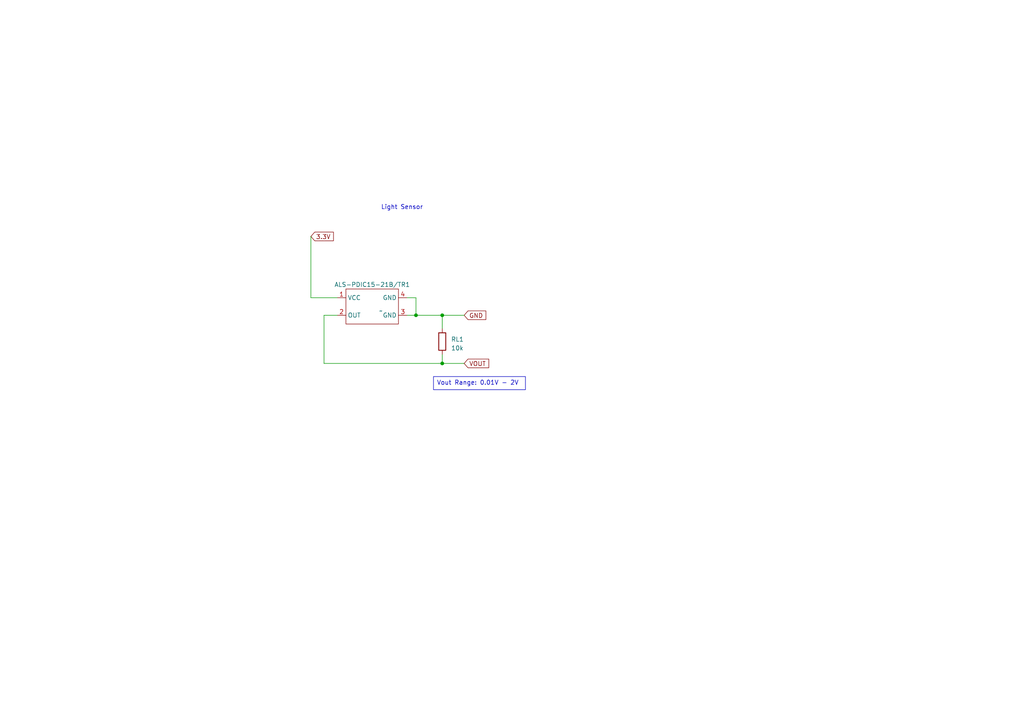
<source format=kicad_sch>
(kicad_sch (version 20230121) (generator eeschema)

  (uuid 72941bf8-b698-45db-b4ec-33944b488ff3)

  (paper "A4")

  (lib_symbols
    (symbol "Device:R" (pin_numbers hide) (pin_names (offset 0)) (in_bom yes) (on_board yes)
      (property "Reference" "R" (at 2.032 0 90)
        (effects (font (size 1.27 1.27)))
      )
      (property "Value" "R" (at 0 0 90)
        (effects (font (size 1.27 1.27)))
      )
      (property "Footprint" "" (at -1.778 0 90)
        (effects (font (size 1.27 1.27)) hide)
      )
      (property "Datasheet" "~" (at 0 0 0)
        (effects (font (size 1.27 1.27)) hide)
      )
      (property "ki_keywords" "R res resistor" (at 0 0 0)
        (effects (font (size 1.27 1.27)) hide)
      )
      (property "ki_description" "Resistor" (at 0 0 0)
        (effects (font (size 1.27 1.27)) hide)
      )
      (property "ki_fp_filters" "R_*" (at 0 0 0)
        (effects (font (size 1.27 1.27)) hide)
      )
      (symbol "R_0_1"
        (rectangle (start -1.016 -2.54) (end 1.016 2.54)
          (stroke (width 0.254) (type default))
          (fill (type none))
        )
      )
      (symbol "R_1_1"
        (pin passive line (at 0 3.81 270) (length 1.27)
          (name "~" (effects (font (size 1.27 1.27))))
          (number "1" (effects (font (size 1.27 1.27))))
        )
        (pin passive line (at 0 -3.81 90) (length 1.27)
          (name "~" (effects (font (size 1.27 1.27))))
          (number "2" (effects (font (size 1.27 1.27))))
        )
      )
    )
    (symbol "New_Library:ALS-PDIC15-21B/TR8" (in_bom yes) (on_board yes)
      (property "Reference" "U" (at 2.54 -1.27 0)
        (effects (font (size 1.27 1.27)))
      )
      (property "Value" "" (at 2.54 -1.27 0)
        (effects (font (size 1.27 1.27)))
      )
      (property "Footprint" "" (at 2.54 -1.27 0)
        (effects (font (size 1.27 1.27)) hide)
      )
      (property "Datasheet" "" (at 2.54 -1.27 0)
        (effects (font (size 1.27 1.27)) hide)
      )
      (symbol "ALS-PDIC15-21B/TR8_0_1"
        (polyline
          (pts
            (xy -7.62 5.08)
            (xy -7.62 -5.08)
            (xy 7.62 -5.08)
            (xy 7.62 5.08)
            (xy -7.62 5.08)
          )
          (stroke (width 0) (type default))
          (fill (type none))
        )
      )
      (symbol "ALS-PDIC15-21B/TR8_1_1"
        (pin input line (at -10.16 2.54 0) (length 2.54)
          (name "VCC" (effects (font (size 1.27 1.27))))
          (number "1" (effects (font (size 1.27 1.27))))
        )
        (pin output line (at -10.16 -2.54 0) (length 2.54)
          (name "OUT" (effects (font (size 1.27 1.27))))
          (number "2" (effects (font (size 1.27 1.27))))
        )
        (pin input line (at 10.16 -2.54 180) (length 2.54)
          (name "GND" (effects (font (size 1.27 1.27))))
          (number "3" (effects (font (size 1.27 1.27))))
        )
        (pin input line (at 10.16 2.54 180) (length 2.54)
          (name "GND" (effects (font (size 1.27 1.27))))
          (number "4" (effects (font (size 1.27 1.27))))
        )
      )
    )
  )

  (junction (at 120.65 91.44) (diameter 0) (color 0 0 0 0)
    (uuid 2c66f1ac-55c0-439e-9328-c8653e459aa0)
  )
  (junction (at 128.27 105.41) (diameter 0) (color 0 0 0 0)
    (uuid 5b25f9af-fc99-4bd7-a064-cfafe2c63250)
  )
  (junction (at 128.27 91.44) (diameter 0) (color 0 0 0 0)
    (uuid d8ade0f6-8bc1-4466-8793-cccb514fb0fe)
  )

  (wire (pts (xy 128.27 91.44) (xy 128.27 95.25))
    (stroke (width 0) (type default))
    (uuid 128db20c-a8eb-446c-ac6d-952afc4ec88a)
  )
  (wire (pts (xy 90.17 68.58) (xy 90.17 86.36))
    (stroke (width 0) (type default))
    (uuid 183089c0-7752-48fb-b404-7411633a56d5)
  )
  (wire (pts (xy 93.98 91.44) (xy 93.98 105.41))
    (stroke (width 0) (type default))
    (uuid 36a607e7-ca64-4171-b182-a683d7f4b45c)
  )
  (wire (pts (xy 128.27 102.87) (xy 128.27 105.41))
    (stroke (width 0) (type default))
    (uuid 423f1863-ffe8-4b42-839e-a61469c5df45)
  )
  (wire (pts (xy 120.65 91.44) (xy 118.11 91.44))
    (stroke (width 0) (type default))
    (uuid 54e31a4c-f3c8-46c6-be2f-cb5001c84e89)
  )
  (wire (pts (xy 120.65 91.44) (xy 128.27 91.44))
    (stroke (width 0) (type default))
    (uuid 658de695-2314-4e8a-b23e-fb8bca4f10d6)
  )
  (wire (pts (xy 120.65 86.36) (xy 120.65 91.44))
    (stroke (width 0) (type default))
    (uuid 665b6c65-fbc2-4520-9df1-1c02e4f0c7e6)
  )
  (wire (pts (xy 118.11 86.36) (xy 120.65 86.36))
    (stroke (width 0) (type default))
    (uuid 6df7a5a5-c3c4-48bf-86ad-cf59ace487bf)
  )
  (wire (pts (xy 128.27 105.41) (xy 93.98 105.41))
    (stroke (width 0) (type default))
    (uuid a7832ea6-bcaf-48ef-8192-c348dde31ea3)
  )
  (wire (pts (xy 134.62 105.41) (xy 128.27 105.41))
    (stroke (width 0) (type default))
    (uuid c47af093-8bc7-490c-a8bb-ccb65e6525fb)
  )
  (wire (pts (xy 128.27 91.44) (xy 134.62 91.44))
    (stroke (width 0) (type default))
    (uuid c69dd7b2-75c4-493f-8e7f-0635231b3330)
  )
  (wire (pts (xy 97.79 91.44) (xy 93.98 91.44))
    (stroke (width 0) (type default))
    (uuid d6d39765-2ddf-432b-8440-d7437e784f71)
  )
  (wire (pts (xy 90.17 86.36) (xy 97.79 86.36))
    (stroke (width 0) (type default))
    (uuid f837a625-bfdc-4cb3-9de8-57ff6ceb2c96)
  )

  (text_box "Vout Range: 0.01V - 2V"
    (at 125.73 109.22 0) (size 26.67 3.81)
    (stroke (width 0) (type default))
    (fill (type none))
    (effects (font (size 1.27 1.27)) (justify left top))
    (uuid dee0fe1a-374f-4a02-a2d0-ca0804f4444f)
  )

  (text "Light Sensor\n" (at 110.49 60.96 0)
    (effects (font (size 1.27 1.27)) (justify left bottom))
    (uuid 1593887a-ec4c-4aaf-85d6-3a42a67f254b)
  )

  (global_label "3.3V" (shape input) (at 90.17 68.58 0) (fields_autoplaced)
    (effects (font (size 1.27 1.27)) (justify left))
    (uuid 3afc1a5a-d580-4df0-ba42-5f77bbe02cdb)
    (property "Intersheetrefs" "${INTERSHEET_REFS}" (at 97.1882 68.58 0)
      (effects (font (size 1.27 1.27)) (justify left) hide)
    )
  )
  (global_label "GND" (shape input) (at 134.62 91.44 0) (fields_autoplaced)
    (effects (font (size 1.27 1.27)) (justify left))
    (uuid 9448f764-7248-4910-b4e5-c32de0b247ac)
    (property "Intersheetrefs" "${INTERSHEET_REFS}" (at 141.3963 91.44 0)
      (effects (font (size 1.27 1.27)) (justify left) hide)
    )
  )
  (global_label "VOUT" (shape input) (at 134.62 105.41 0) (fields_autoplaced)
    (effects (font (size 1.27 1.27)) (justify left))
    (uuid ef03dddf-8820-4ca9-a1e8-2a7c813d7c9e)
    (property "Intersheetrefs" "${INTERSHEET_REFS}" (at 142.243 105.41 0)
      (effects (font (size 1.27 1.27)) (justify left) hide)
    )
  )

  (symbol (lib_id "Device:R") (at 128.27 99.06 0) (unit 1)
    (in_bom yes) (on_board yes) (dnp no) (fields_autoplaced)
    (uuid 0671d4b2-e0cf-4bb6-85d6-50b1e4a47364)
    (property "Reference" "RL1" (at 130.81 98.425 0)
      (effects (font (size 1.27 1.27)) (justify left))
    )
    (property "Value" "10k" (at 130.81 100.965 0)
      (effects (font (size 1.27 1.27)) (justify left))
    )
    (property "Footprint" "" (at 126.492 99.06 90)
      (effects (font (size 1.27 1.27)) hide)
    )
    (property "Datasheet" "~" (at 128.27 99.06 0)
      (effects (font (size 1.27 1.27)) hide)
    )
    (pin "1" (uuid 5fdb70cc-83c3-4d32-a72b-ecf2bf4af550))
    (pin "2" (uuid 701df168-ea3e-44d6-8090-abe27fa895b7))
    (instances
      (project "Project.kicad_sch"
        (path "/0ca6047e-3a57-437d-8b18-e5fa2dae2991"
          (reference "RL1") (unit 1)
        )
        (path "/0ca6047e-3a57-437d-8b18-e5fa2dae2991/9e81b716-9458-498c-b106-223b765e3437"
          (reference "RL1") (unit 1)
        )
      )
    )
  )

  (symbol (lib_id "New_Library:ALS-PDIC15-21B/TR8") (at 107.95 88.9 0) (unit 1)
    (in_bom yes) (on_board yes) (dnp no) (fields_autoplaced)
    (uuid cf145a84-d399-4796-bebc-a3509efecfcf)
    (property "Reference" "ALS-PDIC15-21B/TR1" (at 107.95 82.55 0)
      (effects (font (size 1.27 1.27)))
    )
    (property "Value" "~" (at 110.49 90.17 0)
      (effects (font (size 1.27 1.27)))
    )
    (property "Footprint" "" (at 110.49 90.17 0)
      (effects (font (size 1.27 1.27)) hide)
    )
    (property "Datasheet" "" (at 110.49 90.17 0)
      (effects (font (size 1.27 1.27)) hide)
    )
    (pin "1" (uuid 8bb0d926-252d-40d5-8ee7-3720844fd032))
    (pin "2" (uuid 31e4db30-6116-47c7-ad5c-2ea6d871062a))
    (pin "3" (uuid 59f94d4e-3d7f-46b4-af31-3e5753b46570))
    (pin "4" (uuid bbf9c36b-7f91-45ea-bdbe-d5a7bac63d9b))
    (instances
      (project "Project.kicad_sch"
        (path "/0ca6047e-3a57-437d-8b18-e5fa2dae2991"
          (reference "ALS-PDIC15-21B/TR1") (unit 1)
        )
        (path "/0ca6047e-3a57-437d-8b18-e5fa2dae2991/9e81b716-9458-498c-b106-223b765e3437"
          (reference "ALS-PDIC15-21B/TR1") (unit 1)
        )
      )
    )
  )
)

</source>
